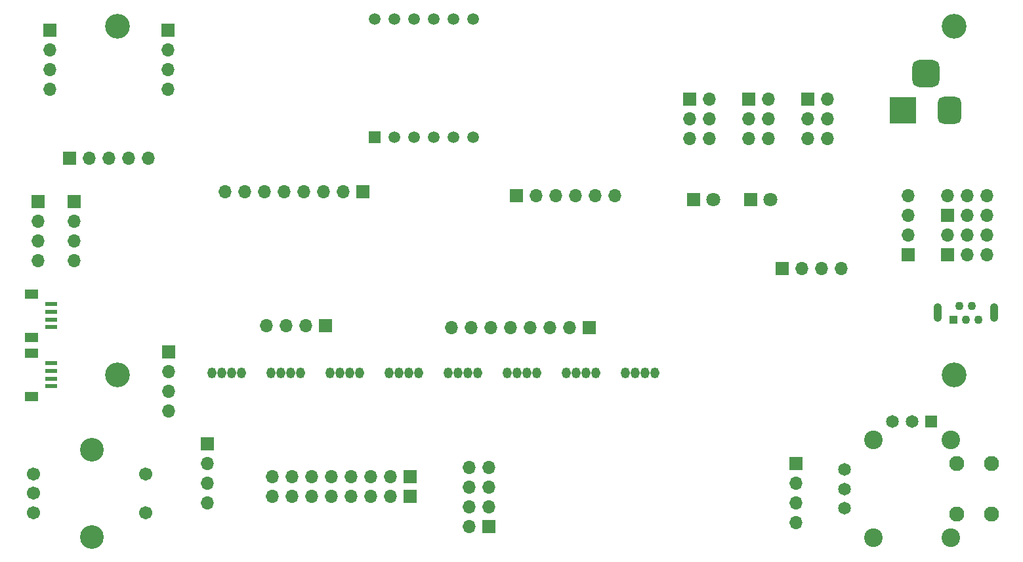
<source format=gbr>
%TF.GenerationSoftware,KiCad,Pcbnew,(6.0.1)*%
%TF.CreationDate,2023-03-04T22:59:05-07:00*%
%TF.ProjectId,DevBoard2.0,44657642-6f61-4726-9432-2e302e6b6963,rev?*%
%TF.SameCoordinates,Original*%
%TF.FileFunction,Soldermask,Top*%
%TF.FilePolarity,Negative*%
%FSLAX46Y46*%
G04 Gerber Fmt 4.6, Leading zero omitted, Abs format (unit mm)*
G04 Created by KiCad (PCBNEW (6.0.1)) date 2023-03-04 22:59:05*
%MOMM*%
%LPD*%
G01*
G04 APERTURE LIST*
G04 Aperture macros list*
%AMRoundRect*
0 Rectangle with rounded corners*
0 $1 Rounding radius*
0 $2 $3 $4 $5 $6 $7 $8 $9 X,Y pos of 4 corners*
0 Add a 4 corners polygon primitive as box body*
4,1,4,$2,$3,$4,$5,$6,$7,$8,$9,$2,$3,0*
0 Add four circle primitives for the rounded corners*
1,1,$1+$1,$2,$3*
1,1,$1+$1,$4,$5*
1,1,$1+$1,$6,$7*
1,1,$1+$1,$8,$9*
0 Add four rect primitives between the rounded corners*
20,1,$1+$1,$2,$3,$4,$5,0*
20,1,$1+$1,$4,$5,$6,$7,0*
20,1,$1+$1,$6,$7,$8,$9,0*
20,1,$1+$1,$8,$9,$2,$3,0*%
G04 Aperture macros list end*
%ADD10C,1.650000*%
%ADD11R,1.650000X1.650000*%
%ADD12C,2.400000*%
%ADD13C,1.950000*%
%ADD14R,1.700000X1.700000*%
%ADD15O,1.700000X1.700000*%
%ADD16C,3.200000*%
%ADD17O,1.143000X1.397000*%
%ADD18R,1.800000X1.800000*%
%ADD19C,1.800000*%
%ADD20C,1.701800*%
%ADD21C,3.048000*%
%ADD22R,1.549400X0.609600*%
%ADD23R,1.803400X1.193800*%
%ADD24R,1.100000X1.100000*%
%ADD25C,1.100000*%
%ADD26O,1.100000X2.400000*%
%ADD27C,1.500000*%
%ADD28R,1.500000X1.500000*%
%ADD29RoundRect,0.875000X0.875000X0.875000X-0.875000X0.875000X-0.875000X-0.875000X0.875000X-0.875000X0*%
%ADD30RoundRect,0.750000X0.750000X1.000000X-0.750000X1.000000X-0.750000X-1.000000X0.750000X-1.000000X0*%
%ADD31R,3.500000X3.500000*%
G04 APERTURE END LIST*
D10*
%TO.C,U1*%
X263812000Y-73192000D03*
X263812000Y-75692000D03*
X263812000Y-78192000D03*
D11*
X275042000Y-66962000D03*
D10*
X272542000Y-66962000D03*
X270042000Y-66962000D03*
D12*
X267542000Y-69367000D03*
X267542000Y-82017000D03*
X277542000Y-82017000D03*
X277542000Y-69367000D03*
D13*
X278292000Y-78942000D03*
X282792000Y-78942000D03*
X278292000Y-72442000D03*
X282792000Y-72442000D03*
%TD*%
D14*
%TO.C,J26*%
X176657000Y-58039000D03*
D15*
X176657000Y-60579000D03*
X176657000Y-63119000D03*
X176657000Y-65659000D03*
%TD*%
D16*
%TO.C,REF\u002A\u002A*%
X278000000Y-16000000D03*
%TD*%
%TO.C,REF\u002A\u002A*%
X278000000Y-61000000D03*
%TD*%
%TO.C,REF\u002A\u002A*%
X170000000Y-61000000D03*
%TD*%
%TO.C,REF\u002A\u002A*%
X170000000Y-16000000D03*
%TD*%
D17*
%TO.C,LED2*%
X189863100Y-60706000D03*
X192403100Y-60706000D03*
X191133100Y-60706000D03*
X193673100Y-60706000D03*
%TD*%
D14*
%TO.C,J19*%
X164416000Y-38618000D03*
D15*
X164416000Y-41158000D03*
X164416000Y-43698000D03*
X164416000Y-46238000D03*
%TD*%
D14*
%TO.C,J16*%
X159766000Y-38618000D03*
D15*
X159766000Y-41158000D03*
X159766000Y-43698000D03*
X159766000Y-46238000D03*
%TD*%
D14*
%TO.C,J12*%
X201676000Y-37338000D03*
D15*
X199136000Y-37338000D03*
X196596000Y-37338000D03*
X194056000Y-37338000D03*
X191516000Y-37338000D03*
X188976000Y-37338000D03*
X186436000Y-37338000D03*
X183896000Y-37338000D03*
%TD*%
D14*
%TO.C,J18*%
X230872900Y-54864000D03*
D15*
X228332900Y-54864000D03*
X225792900Y-54864000D03*
X223252900Y-54864000D03*
X220712900Y-54864000D03*
X218172900Y-54864000D03*
X215632900Y-54864000D03*
X213092900Y-54864000D03*
%TD*%
%TO.C,J17*%
X215392000Y-72888000D03*
X217932000Y-72888000D03*
X215392000Y-75428000D03*
X217932000Y-75428000D03*
X215392000Y-77968000D03*
X217932000Y-77968000D03*
X215392000Y-80508000D03*
D14*
X217932000Y-80508000D03*
%TD*%
%TO.C,J25*%
X221488000Y-37846000D03*
D15*
X224028000Y-37846000D03*
X226568000Y-37846000D03*
X229108000Y-37846000D03*
X231648000Y-37846000D03*
X234188000Y-37846000D03*
%TD*%
D14*
%TO.C,J14*%
X181610000Y-69860000D03*
D15*
X181610000Y-72400000D03*
X181610000Y-74940000D03*
X181610000Y-77480000D03*
%TD*%
D14*
%TO.C,J13*%
X257556000Y-72400000D03*
D15*
X257556000Y-74940000D03*
X257556000Y-77480000D03*
X257556000Y-80020000D03*
%TD*%
D14*
%TO.C,J11*%
X196851900Y-54610000D03*
D15*
X194311900Y-54610000D03*
X191771900Y-54610000D03*
X189231900Y-54610000D03*
%TD*%
D14*
%TO.C,J6*%
X255778000Y-47244000D03*
D15*
X258318000Y-47244000D03*
X260858000Y-47244000D03*
X263398000Y-47244000D03*
%TD*%
D18*
%TO.C,D2*%
X251709000Y-38354000D03*
D19*
X254249000Y-38354000D03*
%TD*%
D18*
%TO.C,D1*%
X244343000Y-38354000D03*
D19*
X246883000Y-38354000D03*
%TD*%
D20*
%TO.C,SW1*%
X173702550Y-73770231D03*
X173702550Y-78770231D03*
X159202551Y-73770231D03*
X159202551Y-78770231D03*
X159202551Y-76270231D03*
D21*
X166702551Y-70670293D03*
X166702551Y-81870169D03*
%TD*%
D22*
%TO.C,J15*%
X161441600Y-62460000D03*
X161441600Y-61459999D03*
X161441600Y-60460001D03*
X161441600Y-59460000D03*
D23*
X158916601Y-63759999D03*
X158916601Y-58160001D03*
%TD*%
D22*
%TO.C,J10*%
X161441600Y-54840000D03*
X161441600Y-53839999D03*
X161441600Y-52840001D03*
X161441600Y-51840000D03*
D23*
X158916601Y-56139999D03*
X158916601Y-50540001D03*
%TD*%
D14*
%TO.C,J1*%
X207757000Y-74111000D03*
D15*
X205217000Y-74111000D03*
X202677000Y-74111000D03*
X200137000Y-74111000D03*
X197597000Y-74111000D03*
X195057000Y-74111000D03*
X192517000Y-74111000D03*
X189977000Y-74111000D03*
%TD*%
D17*
%TO.C,LED8*%
X235583100Y-60706000D03*
X238123100Y-60706000D03*
X236853100Y-60706000D03*
X239393100Y-60706000D03*
%TD*%
%TO.C,LED7*%
X227963100Y-60706000D03*
X230503100Y-60706000D03*
X229233100Y-60706000D03*
X231773100Y-60706000D03*
%TD*%
%TO.C,LED6*%
X220343100Y-60706000D03*
X222883100Y-60706000D03*
X221613100Y-60706000D03*
X224153100Y-60706000D03*
%TD*%
%TO.C,LED5*%
X212723100Y-60706000D03*
X215263100Y-60706000D03*
X213993100Y-60706000D03*
X216533100Y-60706000D03*
%TD*%
%TO.C,LED4*%
X205103100Y-60706000D03*
X207643100Y-60706000D03*
X206373100Y-60706000D03*
X208913100Y-60706000D03*
%TD*%
%TO.C,LED3*%
X197483100Y-60706000D03*
X200023100Y-60706000D03*
X198753100Y-60706000D03*
X201293100Y-60706000D03*
%TD*%
%TO.C,LED1*%
X182243100Y-60706000D03*
X184783100Y-60706000D03*
X183513100Y-60706000D03*
X186053100Y-60706000D03*
%TD*%
D24*
%TO.C,J20*%
X277876000Y-53848000D03*
D25*
X278676000Y-52098000D03*
X279476000Y-53848000D03*
X280276000Y-52098000D03*
X281076000Y-53848000D03*
D26*
X283126000Y-52973000D03*
X275826000Y-52973000D03*
%TD*%
D27*
%TO.C,U5*%
X203200000Y-15097500D03*
X205740000Y-15097500D03*
X208280000Y-15097500D03*
X210820000Y-15097500D03*
X213360000Y-15097500D03*
X215900000Y-15097500D03*
X215900000Y-30337500D03*
X213360000Y-30337500D03*
X210820000Y-30337500D03*
X208280000Y-30337500D03*
X205740000Y-30337500D03*
D28*
X203200000Y-30337500D03*
%TD*%
D15*
%TO.C,J24*%
X261620000Y-30480000D03*
X259080000Y-30480000D03*
X261620000Y-27940000D03*
X259080000Y-27940000D03*
X261620000Y-25400000D03*
D14*
X259080000Y-25400000D03*
%TD*%
D15*
%TO.C,J23*%
X246380000Y-30480000D03*
X243840000Y-30480000D03*
X246380000Y-27940000D03*
X243840000Y-27940000D03*
X246380000Y-25400000D03*
D14*
X243840000Y-25400000D03*
%TD*%
D15*
%TO.C,J22*%
X254000000Y-30480000D03*
X251460000Y-30480000D03*
X254000000Y-27940000D03*
X251460000Y-27940000D03*
X254000000Y-25400000D03*
D14*
X251460000Y-25400000D03*
%TD*%
%TO.C,J21*%
X272034000Y-45466000D03*
D15*
X272034000Y-42926000D03*
X272034000Y-40386000D03*
X272034000Y-37846000D03*
%TD*%
%TO.C,J9*%
X189977000Y-76651000D03*
X192517000Y-76651000D03*
X195057000Y-76651000D03*
X197597000Y-76651000D03*
X200137000Y-76651000D03*
X202677000Y-76651000D03*
X205217000Y-76651000D03*
D14*
X207757000Y-76651000D03*
%TD*%
D15*
%TO.C,J8*%
X173990000Y-33020000D03*
X171450000Y-33020000D03*
X168910000Y-33020000D03*
X166370000Y-33020000D03*
D14*
X163830000Y-33020000D03*
%TD*%
D29*
%TO.C,J7*%
X274368000Y-22165500D03*
D30*
X277368000Y-26865500D03*
D31*
X271368000Y-26865500D03*
%TD*%
D15*
%TO.C,J5*%
X282194000Y-37846000D03*
X282194000Y-40386000D03*
X279654000Y-37846000D03*
X279654000Y-40386000D03*
X277114000Y-37846000D03*
D14*
X277114000Y-40386000D03*
%TD*%
D15*
%TO.C,J4*%
X282194000Y-42926000D03*
X282194000Y-45466000D03*
X279654000Y-42926000D03*
X279654000Y-45466000D03*
X277114000Y-42926000D03*
D14*
X277114000Y-45466000D03*
%TD*%
%TO.C,J3*%
X176525000Y-16520000D03*
D15*
X176525000Y-19060000D03*
X176525000Y-21600000D03*
X176525000Y-24140000D03*
%TD*%
D14*
%TO.C,J2*%
X161285000Y-16520000D03*
D15*
X161285000Y-19060000D03*
X161285000Y-21600000D03*
X161285000Y-24140000D03*
%TD*%
M02*

</source>
